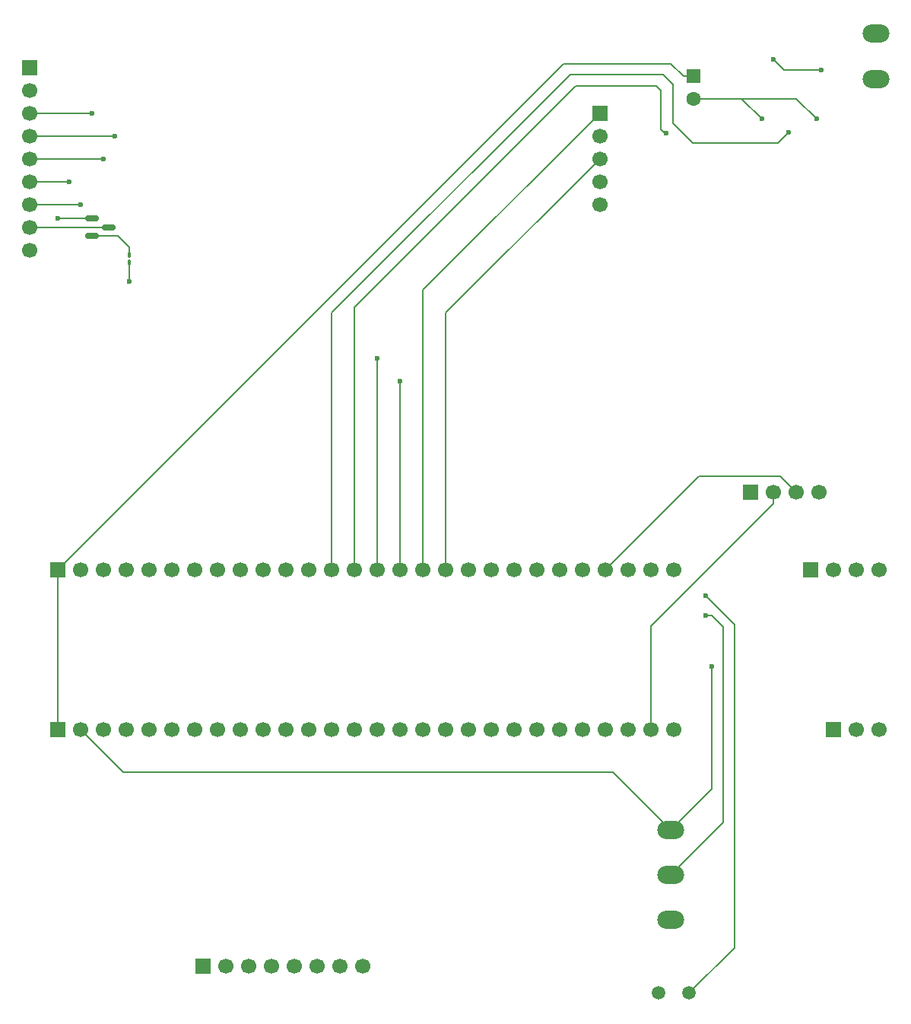
<source format=gbr>
%TF.GenerationSoftware,KiCad,Pcbnew,9.0.6*%
%TF.CreationDate,2025-11-21T06:24:55-05:00*%
%TF.ProjectId,sch,7363682e-6b69-4636-9164-5f7063625858,1.0*%
%TF.SameCoordinates,Original*%
%TF.FileFunction,Copper,L2,Bot*%
%TF.FilePolarity,Positive*%
%FSLAX46Y46*%
G04 Gerber Fmt 4.6, Leading zero omitted, Abs format (unit mm)*
G04 Created by KiCad (PCBNEW 9.0.6) date 2025-11-21 06:24:55*
%MOMM*%
%LPD*%
G01*
G04 APERTURE LIST*
G04 Aperture macros list*
%AMRoundRect*
0 Rectangle with rounded corners*
0 $1 Rounding radius*
0 $2 $3 $4 $5 $6 $7 $8 $9 X,Y pos of 4 corners*
0 Add a 4 corners polygon primitive as box body*
4,1,4,$2,$3,$4,$5,$6,$7,$8,$9,$2,$3,0*
0 Add four circle primitives for the rounded corners*
1,1,$1+$1,$2,$3*
1,1,$1+$1,$4,$5*
1,1,$1+$1,$6,$7*
1,1,$1+$1,$8,$9*
0 Add four rect primitives between the rounded corners*
20,1,$1+$1,$2,$3,$4,$5,0*
20,1,$1+$1,$4,$5,$6,$7,0*
20,1,$1+$1,$6,$7,$8,$9,0*
20,1,$1+$1,$8,$9,$2,$3,0*%
G04 Aperture macros list end*
%TA.AperFunction,ComponentPad*%
%ADD10R,1.700000X1.700000*%
%TD*%
%TA.AperFunction,ComponentPad*%
%ADD11C,1.700000*%
%TD*%
%TA.AperFunction,ComponentPad*%
%ADD12RoundRect,1.000000X0.500000X0.000010X-0.500000X0.000010X-0.500000X-0.000010X0.500000X-0.000010X0*%
%TD*%
%TA.AperFunction,ComponentPad*%
%ADD13C,1.500000*%
%TD*%
%TA.AperFunction,ComponentPad*%
%ADD14RoundRect,0.250000X-0.550000X0.550000X-0.550000X-0.550000X0.550000X-0.550000X0.550000X0.550000X0*%
%TD*%
%TA.AperFunction,ComponentPad*%
%ADD15C,1.600000*%
%TD*%
%TA.AperFunction,SMDPad,CuDef*%
%ADD16RoundRect,0.100000X-0.100000X0.217500X-0.100000X-0.217500X0.100000X-0.217500X0.100000X0.217500X0*%
%TD*%
%TA.AperFunction,SMDPad,CuDef*%
%ADD17RoundRect,0.150000X-0.587500X-0.150000X0.587500X-0.150000X0.587500X0.150000X-0.587500X0.150000X0*%
%TD*%
%TA.AperFunction,ViaPad*%
%ADD18C,0.600000*%
%TD*%
%TA.AperFunction,Conductor*%
%ADD19C,0.200000*%
%TD*%
G04 APERTURE END LIST*
D10*
%TO.P,J3,1,Pin_1*%
%TO.N,Net-(J3-Pin_1)*%
X65080000Y-152718050D03*
D11*
%TO.P,J3,2,Pin_2*%
%TO.N,Net-(J3-Pin_2)*%
X67620000Y-152718050D03*
%TO.P,J3,3,Pin_3*%
%TO.N,Net-(J3-Pin_3)*%
X70160000Y-152718050D03*
%TO.P,J3,4,Pin_4*%
%TO.N,Net-(J3-Pin_4)*%
X72700000Y-152718050D03*
%TO.P,J3,5,Pin_5*%
%TO.N,Net-(J3-Pin_5)*%
X75240000Y-152718050D03*
%TO.P,J3,6,Pin_6*%
%TO.N,Net-(J3-Pin_6)*%
X77780000Y-152718050D03*
%TO.P,J3,7,Pin_7*%
%TO.N,Net-(J3-Pin_7)*%
X80320000Y-152718050D03*
%TO.P,J3,8,Pin_8*%
%TO.N,Net-(J3-Pin_8)*%
X82860000Y-152718050D03*
%TD*%
D12*
%TO.P,LS1,1,1*%
%TO.N,SPKR_A*%
X139978500Y-53975000D03*
%TO.P,LS1,2,2*%
%TO.N,SPKR_B*%
X139978500Y-48895000D03*
%TD*%
D10*
%TO.P,J8,1,PBOOT*%
%TO.N,unconnected-(J8-PBOOT-Pad1)*%
X132715000Y-108585000D03*
D11*
%TO.P,J8,2,PSWCLK*%
%TO.N,unconnected-(J8-PSWCLK-Pad2)*%
X135255000Y-108585000D03*
%TO.P,J8,3,PGND*%
%TO.N,GND*%
X137795000Y-108585000D03*
%TO.P,J8,4,PSWD*%
%TO.N,unconnected-(J8-PSWD-Pad4)*%
X140335000Y-108585000D03*
%TD*%
D10*
%TO.P,J5,1,Pin_1*%
%TO.N,SD_SPI_CSn*%
X109220000Y-57785000D03*
D11*
%TO.P,J5,2,Pin_2*%
%TO.N,SD_SPI_HOPI*%
X109220000Y-60325000D03*
%TO.P,J5,3,Pin_3*%
%TO.N,SD_SPI_HIPO*%
X109220000Y-62865000D03*
%TO.P,J5,4,Pin_4*%
%TO.N,SD_SPI_SCK*%
X109220000Y-65405000D03*
%TO.P,J5,5,Pin_5*%
%TO.N,unconnected-(J5-Pin_5-Pad5)*%
X109220000Y-67945000D03*
%TD*%
D10*
%TO.P,J1,1,Pin_1*%
%TO.N,+5V*%
X48895000Y-126365000D03*
D11*
%TO.P,J1,2,Pin_2*%
%TO.N,+3.3V*%
X51435000Y-126365000D03*
%TO.P,J1,3,Pin_3*%
%TO.N,STDIO_UART_HOPI*%
X53975000Y-126365000D03*
%TO.P,J1,4,Pin_4*%
%TO.N,STDIO_UART_HIPO*%
X56515000Y-126365000D03*
%TO.P,J1,5,Pin_5*%
%TO.N,KP_ROW_0*%
X59055000Y-126365000D03*
%TO.P,J1,6,Pin_6*%
%TO.N,KP_ROW_1*%
X61595000Y-126365000D03*
%TO.P,J1,7,Pin_7*%
%TO.N,KP_ROW_2*%
X64135000Y-126365000D03*
%TO.P,J1,8,Pin_8*%
%TO.N,KP_ROW_3*%
X66675000Y-126365000D03*
%TO.P,J1,9,Pin_9*%
%TO.N,KP_COL_0*%
X69215000Y-126365000D03*
%TO.P,J1,10,Pin_10*%
%TO.N,KP_COL_1*%
X71755000Y-126365000D03*
%TO.P,J1,11,Pin_11*%
%TO.N,KP_COL_2*%
X74295000Y-126365000D03*
%TO.P,J1,12,Pin_12*%
%TO.N,KP_COL_3*%
X76835000Y-126365000D03*
%TO.P,J1,13,Pin_13*%
%TO.N,unconnected-(J1-Pin_13-Pad13)*%
X79375000Y-126365000D03*
%TO.P,J1,14,Pin_14*%
%TO.N,unconnected-(J1-Pin_14-Pad14)*%
X81915000Y-126365000D03*
%TO.P,J1,15,Pin_15*%
%TO.N,unconnected-(J1-Pin_15-Pad15)*%
X84455000Y-126365000D03*
%TO.P,J1,16,Pin_16*%
%TO.N,unconnected-(J1-Pin_16-Pad16)*%
X86995000Y-126365000D03*
%TO.P,J1,17,Pin_17*%
%TO.N,unconnected-(J1-Pin_17-Pad17)*%
X89535000Y-126365000D03*
%TO.P,J1,18,Pin_18*%
%TO.N,unconnected-(J1-Pin_18-Pad18)*%
X92075000Y-126365000D03*
%TO.P,J1,19,Pin_19*%
%TO.N,unconnected-(J1-Pin_19-Pad19)*%
X94615000Y-126365000D03*
%TO.P,J1,20,Pin_20*%
%TO.N,unconnected-(J1-Pin_20-Pad20)*%
X97155000Y-126365000D03*
%TO.P,J1,21,Pin_21*%
%TO.N,unconnected-(J1-Pin_21-Pad21)*%
X99695000Y-126365000D03*
%TO.P,J1,22,Pin_22*%
%TO.N,unconnected-(J1-Pin_22-Pad22)*%
X102235000Y-126365000D03*
%TO.P,J1,23,Pin_23*%
%TO.N,unconnected-(J1-Pin_23-Pad23)*%
X104775000Y-126365000D03*
%TO.P,J1,24,Pin_24*%
%TO.N,unconnected-(J1-Pin_24-Pad24)*%
X107315000Y-126365000D03*
%TO.P,J1,25,Pin_25*%
%TO.N,unconnected-(J1-Pin_25-Pad25)*%
X109855000Y-126365000D03*
%TO.P,J1,26,Pin_26*%
%TO.N,unconnected-(J1-Pin_26-Pad26)*%
X112395000Y-126365000D03*
%TO.P,J1,27,Pin_27*%
%TO.N,GPS_UART_HOPI*%
X114935000Y-126365000D03*
%TO.P,J1,28,Pin_28*%
%TO.N,GND*%
X117475000Y-126365000D03*
%TD*%
D10*
%TO.P,J4,1,Pin_1*%
%TO.N,+3.3V*%
X45720000Y-52705000D03*
D11*
%TO.P,J4,2,Pin_2*%
%TO.N,GND*%
X45720000Y-55245000D03*
%TO.P,J4,3,Pin_3*%
%TO.N,TFT_SPI_CSn*%
X45720000Y-57785000D03*
%TO.P,J4,4,Pin_4*%
%TO.N,TFT_RST*%
X45720000Y-60325000D03*
%TO.P,J4,5,Pin_5*%
%TO.N,TFT_DC-RS*%
X45720000Y-62865000D03*
%TO.P,J4,6,Pin_6*%
%TO.N,TFT_SPI_HOPI*%
X45720000Y-65405000D03*
%TO.P,J4,7,Pin_7*%
%TO.N,TFT_SPI_SCK*%
X45720000Y-67945000D03*
%TO.P,J4,8,Pin_8*%
%TO.N,Net-(J4-Pin_8)*%
X45720000Y-70485000D03*
%TO.P,J4,9,Pin_9*%
%TO.N,TFT_SPI_HIPO*%
X45720000Y-73025000D03*
%TD*%
D10*
%TO.P,J2,1,Pin_1*%
%TO.N,+5V*%
X48895000Y-108585000D03*
D11*
%TO.P,J2,2,Pin_2*%
%TO.N,+3.3V*%
X51435000Y-108585000D03*
%TO.P,J2,3,Pin_3*%
%TO.N,unconnected-(J2-Pin_3-Pad3)*%
X53975000Y-108585000D03*
%TO.P,J2,4,Pin_4*%
%TO.N,unconnected-(J2-Pin_4-Pad4)*%
X56515000Y-108585000D03*
%TO.P,J2,5,Pin_5*%
%TO.N,unconnected-(J2-Pin_5-Pad5)*%
X59055000Y-108585000D03*
%TO.P,J2,6,Pin_6*%
%TO.N,VOL_POT*%
X61595000Y-108585000D03*
%TO.P,J2,7,Pin_7*%
%TO.N,LDR*%
X64135000Y-108585000D03*
%TO.P,J2,8,Pin_8*%
%TO.N,unconnected-(J2-Pin_8-Pad8)*%
X66675000Y-108585000D03*
%TO.P,J2,9,Pin_9*%
%TO.N,unconnected-(J2-Pin_9-Pad9)*%
X69215000Y-108585000D03*
%TO.P,J2,10,Pin_10*%
%TO.N,unconnected-(J2-Pin_10-Pad10)*%
X71755000Y-108585000D03*
%TO.P,J2,11,Pin_11*%
%TO.N,unconnected-(J2-Pin_11-Pad11)*%
X74295000Y-108585000D03*
%TO.P,J2,12,Pin_12*%
%TO.N,unconnected-(J2-Pin_12-Pad12)*%
X76835000Y-108585000D03*
%TO.P,J2,13,Pin_13*%
%TO.N,AUD_PWM_B*%
X79375000Y-108585000D03*
%TO.P,J2,14,Pin_14*%
%TO.N,AUD_PWM_A*%
X81915000Y-108585000D03*
%TO.P,J2,15,Pin_15*%
%TO.N,SD_SPI_HOPI*%
X84455000Y-108585000D03*
%TO.P,J2,16,Pin_16*%
%TO.N,SD_SPI_SCK*%
X86995000Y-108585000D03*
%TO.P,J2,17,Pin_17*%
%TO.N,SD_SPI_CSn*%
X89535000Y-108585000D03*
%TO.P,J2,18,Pin_18*%
%TO.N,SD_SPI_HIPO*%
X92075000Y-108585000D03*
%TO.P,J2,19,Pin_19*%
%TO.N,TFT_SPI_HOPI*%
X94615000Y-108585000D03*
%TO.P,J2,20,Pin_20*%
%TO.N,TFT_SPI_SCK*%
X97155000Y-108585000D03*
%TO.P,J2,21,Pin_21*%
%TO.N,TFT_SPI_CSn*%
X99695000Y-108585000D03*
%TO.P,J2,22,Pin_22*%
%TO.N,TFT_DC-RS*%
X102235000Y-108585000D03*
%TO.P,J2,23,Pin_23*%
%TO.N,TFT_RST*%
X104775000Y-108585000D03*
%TO.P,J2,24,Pin_24*%
%TO.N,TFT_BACKLIT_LED*%
X107315000Y-108585000D03*
%TO.P,J2,25,Pin_25*%
%TO.N,GPS_UART_HIPO*%
X109855000Y-108585000D03*
%TO.P,J2,26,Pin_26*%
%TO.N,unconnected-(J2-Pin_26-Pad26)*%
X112395000Y-108585000D03*
%TO.P,J2,27,Pin_27*%
%TO.N,unconnected-(J2-Pin_27-Pad27)*%
X114935000Y-108585000D03*
%TO.P,J2,28,Pin_28*%
%TO.N,GND*%
X117475000Y-108585000D03*
%TD*%
D10*
%TO.P,J6,1,Pin_1*%
%TO.N,+3.3V*%
X126050000Y-100012500D03*
D11*
%TO.P,J6,2,Pin_2*%
%TO.N,GPS_UART_HOPI*%
X128590000Y-100012500D03*
%TO.P,J6,3,Pin_3*%
%TO.N,GPS_UART_HIPO*%
X131130000Y-100012500D03*
%TO.P,J6,4,Pin_4*%
%TO.N,GND*%
X133670000Y-100012500D03*
%TD*%
D10*
%TO.P,J7,1,TX*%
%TO.N,STDIO_UART_HIPO*%
X135255000Y-126365000D03*
D11*
%TO.P,J7,2,GND*%
%TO.N,GND*%
X137795000Y-126365000D03*
%TO.P,J7,3,RX*%
%TO.N,STDIO_UART_HOPI*%
X140335000Y-126365000D03*
%TD*%
D13*
%TO.P,R23,1*%
%TO.N,+3.3V*%
X115775000Y-155702000D03*
%TO.P,R23,2*%
%TO.N,LDR*%
X119175000Y-155702000D03*
%TD*%
D12*
%TO.P,RV1,1,1*%
%TO.N,GND*%
X117150000Y-147557500D03*
%TO.P,RV1,2,2*%
%TO.N,VOL_POT*%
X117150000Y-142557500D03*
%TO.P,RV1,3,3*%
%TO.N,+3.3V*%
X117150000Y-137557500D03*
%TD*%
D14*
%TO.P,C1,1*%
%TO.N,+5V*%
X119697500Y-53711349D03*
D15*
%TO.P,C1,2*%
%TO.N,GND*%
X119697500Y-56211349D03*
%TD*%
D16*
%TO.P,R20,1*%
%TO.N,Net-(Q7-B)*%
X56825000Y-73570000D03*
%TO.P,R20,2*%
%TO.N,TFT_BACKLIT_LED*%
X56825000Y-74385000D03*
%TD*%
D17*
%TO.P,Q7,1,B*%
%TO.N,Net-(Q7-B)*%
X52712500Y-71437500D03*
%TO.P,Q7,2,E*%
%TO.N,+3.3V*%
X52712500Y-69537500D03*
%TO.P,Q7,3,C*%
%TO.N,Net-(J4-Pin_8)*%
X54587500Y-70487500D03*
%TD*%
D18*
%TO.N,+3.3V*%
X121666000Y-119380000D03*
X48895000Y-69532500D03*
%TO.N,TFT_BACKLIT_LED*%
X56825000Y-76517500D03*
%TO.N,TFT_DC-RS*%
X53975000Y-62865000D03*
%TO.N,TFT_RST*%
X55245000Y-60325000D03*
%TO.N,TFT_SPI_SCK*%
X51435000Y-67945000D03*
%TO.N,TFT_SPI_CSn*%
X52705000Y-57785000D03*
%TO.N,TFT_SPI_HOPI*%
X50165000Y-65405000D03*
%TO.N,SD_SPI_HOPI*%
X84455000Y-85090000D03*
%TO.N,SD_SPI_SCK*%
X86995000Y-87630000D03*
%TO.N,SPKR_A*%
X133924640Y-53014660D03*
X128587500Y-51816000D03*
%TO.N,AUD_PWM_B*%
X130238500Y-59944000D03*
%TO.N,AUD_PWM_A*%
X116649500Y-60010000D03*
%TO.N,VOL_POT*%
X121031000Y-113665000D03*
%TO.N,GND*%
X133350000Y-58420000D03*
X127254000Y-58420000D03*
%TO.N,LDR*%
X121031000Y-111506000D03*
%TD*%
D19*
%TO.N,+3.3V*%
X48900000Y-69537500D02*
X48895000Y-69532500D01*
X51435000Y-126365000D02*
X56197500Y-131127500D01*
X53015000Y-69537500D02*
X48900000Y-69537500D01*
X110720000Y-131127500D02*
X117150000Y-137557500D01*
X121666000Y-119380000D02*
X121666000Y-133041500D01*
X56197500Y-131127500D02*
X110720000Y-131127500D01*
X121666000Y-133041500D02*
X117150000Y-137557500D01*
%TO.N,+5V*%
X48895000Y-126365000D02*
X48895000Y-108585000D01*
X105156000Y-52324000D02*
X117150000Y-52324000D01*
X48895000Y-108585000D02*
X105156000Y-52324000D01*
X118537349Y-53711349D02*
X119697500Y-53711349D01*
X117150000Y-52324000D02*
X118537349Y-53711349D01*
%TO.N,TFT_BACKLIT_LED*%
X56825000Y-74385000D02*
X56825000Y-76517500D01*
%TO.N,TFT_DC-RS*%
X45720000Y-62865000D02*
X53975000Y-62865000D01*
%TO.N,TFT_RST*%
X45720000Y-60325000D02*
X55245000Y-60325000D01*
%TO.N,TFT_SPI_SCK*%
X45720000Y-67945000D02*
X51435000Y-67945000D01*
%TO.N,TFT_SPI_CSn*%
X45720000Y-57785000D02*
X52705000Y-57785000D01*
%TO.N,TFT_SPI_HOPI*%
X45720000Y-65405000D02*
X50165000Y-65405000D01*
%TO.N,SD_SPI_HOPI*%
X84455000Y-108585000D02*
X84455000Y-85090000D01*
%TO.N,SD_SPI_SCK*%
X86995000Y-87630000D02*
X86995000Y-108585000D01*
%TO.N,SD_SPI_CSn*%
X89535000Y-77470000D02*
X89535000Y-108585000D01*
X109220000Y-57785000D02*
X89535000Y-77470000D01*
%TO.N,SD_SPI_HIPO*%
X109220000Y-62865000D02*
X92075000Y-80010000D01*
X92075000Y-80010000D02*
X92075000Y-108585000D01*
%TO.N,GPS_UART_HIPO*%
X120269000Y-98171000D02*
X129288500Y-98171000D01*
X129288500Y-98171000D02*
X131130000Y-100012500D01*
X109855000Y-108585000D02*
X120269000Y-98171000D01*
%TO.N,GPS_UART_HOPI*%
X114935000Y-114927500D02*
X114935000Y-126365000D01*
X128590000Y-101272500D02*
X114935000Y-114927500D01*
X128590000Y-100012500D02*
X128590000Y-101272500D01*
%TO.N,SPKR_A*%
X129730500Y-52959000D02*
X128587500Y-51816000D01*
X133924640Y-53014660D02*
X133868980Y-52959000D01*
X133868980Y-52959000D02*
X129730500Y-52959000D01*
%TO.N,AUD_PWM_B*%
X79375000Y-108585000D02*
X79375000Y-80010000D01*
X79375000Y-80010000D02*
X105918000Y-53467000D01*
X129095500Y-61087000D02*
X130238500Y-59944000D01*
X116268500Y-53467000D02*
X117411500Y-54610000D01*
X117411500Y-54610000D02*
X117411500Y-58928000D01*
X116268500Y-53467000D02*
X105918000Y-53467000D01*
X117411500Y-58928000D02*
X119570500Y-61087000D01*
X119570500Y-61087000D02*
X129095500Y-61087000D01*
%TO.N,AUD_PWM_A*%
X116649500Y-60010000D02*
X116461500Y-60010000D01*
X116014500Y-55245000D02*
X115506500Y-54737000D01*
X116014500Y-59563000D02*
X116014500Y-55245000D01*
X106553000Y-54737000D02*
X81915000Y-79375000D01*
X81915000Y-79375000D02*
X81915000Y-108585000D01*
X116461500Y-60010000D02*
X116014500Y-59563000D01*
X106553000Y-54737000D02*
X115506500Y-54737000D01*
%TO.N,VOL_POT*%
X122936000Y-114935000D02*
X122936000Y-136771500D01*
X121666000Y-113665000D02*
X122936000Y-114935000D01*
X121031000Y-113665000D02*
X121666000Y-113665000D01*
X122936000Y-136771500D02*
X117150000Y-142557500D01*
%TO.N,GND*%
X127254000Y-58420000D02*
X125045349Y-56211349D01*
X125045349Y-56211349D02*
X119697500Y-56211349D01*
X133350000Y-58420000D02*
X131141349Y-56211349D01*
X131141349Y-56211349D02*
X125045349Y-56211349D01*
%TO.N,LDR*%
X121031000Y-111506000D02*
X124206000Y-114681000D01*
X124206000Y-150671000D02*
X119175000Y-155702000D01*
X124206000Y-114681000D02*
X124206000Y-150671000D01*
%TO.N,Net-(Q7-B)*%
X56825000Y-72707500D02*
X56825000Y-73570000D01*
X52712500Y-71437500D02*
X55555000Y-71437500D01*
X55555000Y-71437500D02*
X56825000Y-72707500D01*
%TO.N,Net-(J4-Pin_8)*%
X45720000Y-70485000D02*
X51427500Y-70485000D01*
X51430000Y-70487500D02*
X51427500Y-70485000D01*
X54890000Y-70487500D02*
X51430000Y-70487500D01*
%TD*%
M02*

</source>
